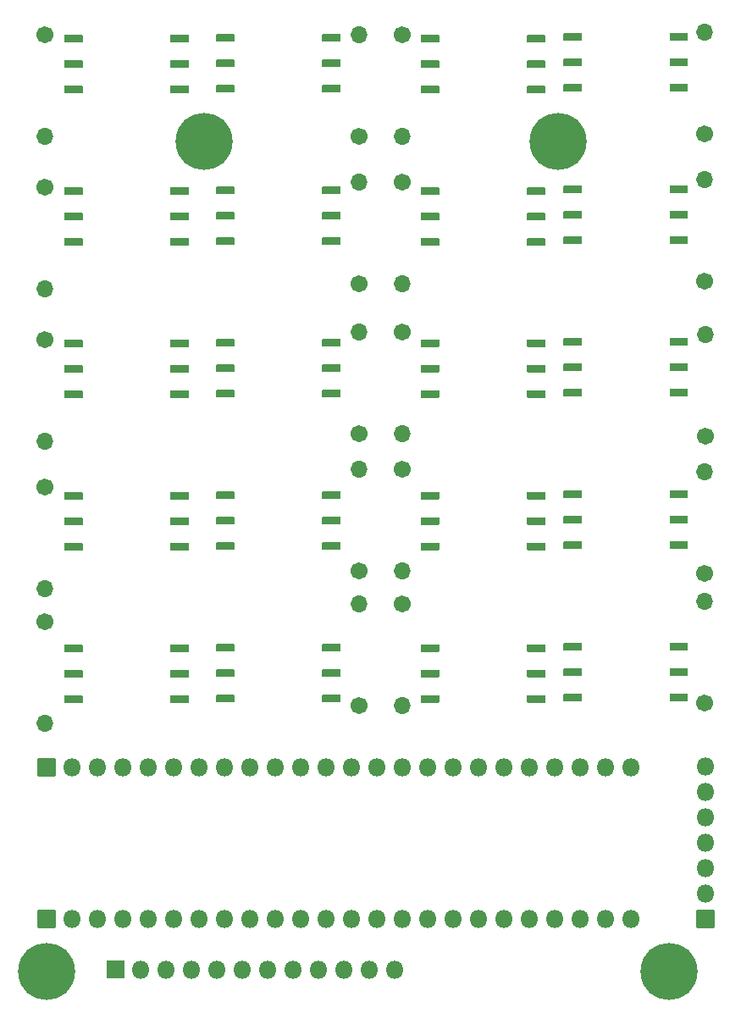
<source format=gts>
%TF.GenerationSoftware,KiCad,Pcbnew,(5.99.0-2415-gbbdd3fce7)*%
%TF.CreationDate,2020-09-24T22:56:08-07:00*%
%TF.ProjectId,BubblePCB_20,42756262-6c65-4504-9342-5f32302e6b69,rev?*%
%TF.SameCoordinates,Original*%
%TF.FileFunction,Soldermask,Top*%
%TF.FilePolarity,Negative*%
%FSLAX46Y46*%
G04 Gerber Fmt 4.6, Leading zero omitted, Abs format (unit mm)*
G04 Created by KiCad (PCBNEW (5.99.0-2415-gbbdd3fce7)) date 2020-09-24 22:56:08*
%MOMM*%
%LPD*%
G01*
G04 APERTURE LIST*
%ADD10O,1.801600X1.801600*%
%ADD11C,5.701600*%
%ADD12C,1.701600*%
%ADD13O,1.701600X1.701600*%
G04 APERTURE END LIST*
D10*
%TO.C,J4*%
X70358000Y-149352000D03*
X67818000Y-149352000D03*
X65278000Y-149352000D03*
X62738000Y-149352000D03*
X60198000Y-149352000D03*
X57658000Y-149352000D03*
X55118000Y-149352000D03*
X52578000Y-149352000D03*
X50038000Y-149352000D03*
X47498000Y-149352000D03*
X44958000Y-149352000D03*
G36*
G01*
X43264964Y-150252800D02*
X41571036Y-150252800D01*
G75*
G02*
X41517200Y-150198964I0J53836D01*
G01*
X41517200Y-148505036D01*
G75*
G02*
X41571036Y-148451200I53836J0D01*
G01*
X43264964Y-148451200D01*
G75*
G02*
X43318800Y-148505036I0J-53836D01*
G01*
X43318800Y-150198964D01*
G75*
G02*
X43264964Y-150252800I-53836J0D01*
G01*
G37*
%TD*%
%TO.C,J3*%
X101410000Y-129040000D03*
X101410000Y-131580000D03*
X101410000Y-134120000D03*
X101410000Y-136660000D03*
X101410000Y-139200000D03*
X101410000Y-141740000D03*
G36*
G01*
X102310800Y-143433036D02*
X102310800Y-145126964D01*
G75*
G02*
X102256964Y-145180800I-53836J0D01*
G01*
X100563036Y-145180800D01*
G75*
G02*
X100509200Y-145126964I0J53836D01*
G01*
X100509200Y-143433036D01*
G75*
G02*
X100563036Y-143379200I53836J0D01*
G01*
X102256964Y-143379200D01*
G75*
G02*
X102310800Y-143433036I0J-53836D01*
G01*
G37*
%TD*%
D11*
%TO.C,REF\u002A\u002A*%
X51250000Y-66548000D03*
%TD*%
%TO.C,REF\u002A\u002A*%
X86683000Y-66548000D03*
%TD*%
%TO.C,REF\u002A\u002A*%
X97790000Y-149500000D03*
%TD*%
%TO.C,a*%
X35500000Y-149500000D03*
%TD*%
D12*
%TO.C,R6*%
X66802000Y-122936000D03*
D13*
X66802000Y-112776000D03*
%TD*%
%TO.C,U15*%
G36*
G01*
X74740060Y-61756800D02*
X73005940Y-61756800D01*
G75*
G02*
X72947200Y-61698060I0J58740D01*
G01*
X72947200Y-61063940D01*
G75*
G02*
X73005940Y-61005200I58740J0D01*
G01*
X74740060Y-61005200D01*
G75*
G02*
X74798800Y-61063940I0J-58740D01*
G01*
X74798800Y-61698060D01*
G75*
G02*
X74740060Y-61756800I-58740J0D01*
G01*
G37*
G36*
G01*
X74740060Y-59216800D02*
X73005940Y-59216800D01*
G75*
G02*
X72947200Y-59158060I0J58740D01*
G01*
X72947200Y-58523940D01*
G75*
G02*
X73005940Y-58465200I58740J0D01*
G01*
X74740060Y-58465200D01*
G75*
G02*
X74798800Y-58523940I0J-58740D01*
G01*
X74798800Y-59158060D01*
G75*
G02*
X74740060Y-59216800I-58740J0D01*
G01*
G37*
G36*
G01*
X74740060Y-56676800D02*
X73005940Y-56676800D01*
G75*
G02*
X72947200Y-56618060I0J58740D01*
G01*
X72947200Y-55983940D01*
G75*
G02*
X73005940Y-55925200I58740J0D01*
G01*
X74740060Y-55925200D01*
G75*
G02*
X74798800Y-55983940I0J-58740D01*
G01*
X74798800Y-56618060D01*
G75*
G02*
X74740060Y-56676800I-58740J0D01*
G01*
G37*
G36*
G01*
X85340060Y-56676800D02*
X83605940Y-56676800D01*
G75*
G02*
X83547200Y-56618060I0J58740D01*
G01*
X83547200Y-55983940D01*
G75*
G02*
X83605940Y-55925200I58740J0D01*
G01*
X85340060Y-55925200D01*
G75*
G02*
X85398800Y-55983940I0J-58740D01*
G01*
X85398800Y-56618060D01*
G75*
G02*
X85340060Y-56676800I-58740J0D01*
G01*
G37*
G36*
G01*
X85340060Y-59216800D02*
X83605940Y-59216800D01*
G75*
G02*
X83547200Y-59158060I0J58740D01*
G01*
X83547200Y-58523940D01*
G75*
G02*
X83605940Y-58465200I58740J0D01*
G01*
X85340060Y-58465200D01*
G75*
G02*
X85398800Y-58523940I0J-58740D01*
G01*
X85398800Y-59158060D01*
G75*
G02*
X85340060Y-59216800I-58740J0D01*
G01*
G37*
G36*
G01*
X85340060Y-61756800D02*
X83605940Y-61756800D01*
G75*
G02*
X83547200Y-61698060I0J58740D01*
G01*
X83547200Y-61063940D01*
G75*
G02*
X83605940Y-61005200I58740J0D01*
G01*
X85340060Y-61005200D01*
G75*
G02*
X85398800Y-61063940I0J-58740D01*
G01*
X85398800Y-61698060D01*
G75*
G02*
X85340060Y-61756800I-58740J0D01*
G01*
G37*
%TD*%
%TO.C,U13*%
G36*
G01*
X74750060Y-92196800D02*
X73015940Y-92196800D01*
G75*
G02*
X72957200Y-92138060I0J58740D01*
G01*
X72957200Y-91503940D01*
G75*
G02*
X73015940Y-91445200I58740J0D01*
G01*
X74750060Y-91445200D01*
G75*
G02*
X74808800Y-91503940I0J-58740D01*
G01*
X74808800Y-92138060D01*
G75*
G02*
X74750060Y-92196800I-58740J0D01*
G01*
G37*
G36*
G01*
X74750060Y-89656800D02*
X73015940Y-89656800D01*
G75*
G02*
X72957200Y-89598060I0J58740D01*
G01*
X72957200Y-88963940D01*
G75*
G02*
X73015940Y-88905200I58740J0D01*
G01*
X74750060Y-88905200D01*
G75*
G02*
X74808800Y-88963940I0J-58740D01*
G01*
X74808800Y-89598060D01*
G75*
G02*
X74750060Y-89656800I-58740J0D01*
G01*
G37*
G36*
G01*
X74750060Y-87116800D02*
X73015940Y-87116800D01*
G75*
G02*
X72957200Y-87058060I0J58740D01*
G01*
X72957200Y-86423940D01*
G75*
G02*
X73015940Y-86365200I58740J0D01*
G01*
X74750060Y-86365200D01*
G75*
G02*
X74808800Y-86423940I0J-58740D01*
G01*
X74808800Y-87058060D01*
G75*
G02*
X74750060Y-87116800I-58740J0D01*
G01*
G37*
G36*
G01*
X85350060Y-87116800D02*
X83615940Y-87116800D01*
G75*
G02*
X83557200Y-87058060I0J58740D01*
G01*
X83557200Y-86423940D01*
G75*
G02*
X83615940Y-86365200I58740J0D01*
G01*
X85350060Y-86365200D01*
G75*
G02*
X85408800Y-86423940I0J-58740D01*
G01*
X85408800Y-87058060D01*
G75*
G02*
X85350060Y-87116800I-58740J0D01*
G01*
G37*
G36*
G01*
X85350060Y-89656800D02*
X83615940Y-89656800D01*
G75*
G02*
X83557200Y-89598060I0J58740D01*
G01*
X83557200Y-88963940D01*
G75*
G02*
X83615940Y-88905200I58740J0D01*
G01*
X85350060Y-88905200D01*
G75*
G02*
X85408800Y-88963940I0J-58740D01*
G01*
X85408800Y-89598060D01*
G75*
G02*
X85350060Y-89656800I-58740J0D01*
G01*
G37*
G36*
G01*
X85350060Y-92196800D02*
X83615940Y-92196800D01*
G75*
G02*
X83557200Y-92138060I0J58740D01*
G01*
X83557200Y-91503940D01*
G75*
G02*
X83615940Y-91445200I58740J0D01*
G01*
X85350060Y-91445200D01*
G75*
G02*
X85408800Y-91503940I0J-58740D01*
G01*
X85408800Y-92138060D01*
G75*
G02*
X85350060Y-92196800I-58740J0D01*
G01*
G37*
%TD*%
%TO.C,U8*%
G36*
G01*
X63132940Y-86324200D02*
X64867060Y-86324200D01*
G75*
G02*
X64925800Y-86382940I0J-58740D01*
G01*
X64925800Y-87017060D01*
G75*
G02*
X64867060Y-87075800I-58740J0D01*
G01*
X63132940Y-87075800D01*
G75*
G02*
X63074200Y-87017060I0J58740D01*
G01*
X63074200Y-86382940D01*
G75*
G02*
X63132940Y-86324200I58740J0D01*
G01*
G37*
G36*
G01*
X63132940Y-88864200D02*
X64867060Y-88864200D01*
G75*
G02*
X64925800Y-88922940I0J-58740D01*
G01*
X64925800Y-89557060D01*
G75*
G02*
X64867060Y-89615800I-58740J0D01*
G01*
X63132940Y-89615800D01*
G75*
G02*
X63074200Y-89557060I0J58740D01*
G01*
X63074200Y-88922940D01*
G75*
G02*
X63132940Y-88864200I58740J0D01*
G01*
G37*
G36*
G01*
X63132940Y-91404200D02*
X64867060Y-91404200D01*
G75*
G02*
X64925800Y-91462940I0J-58740D01*
G01*
X64925800Y-92097060D01*
G75*
G02*
X64867060Y-92155800I-58740J0D01*
G01*
X63132940Y-92155800D01*
G75*
G02*
X63074200Y-92097060I0J58740D01*
G01*
X63074200Y-91462940D01*
G75*
G02*
X63132940Y-91404200I58740J0D01*
G01*
G37*
G36*
G01*
X52532940Y-91404200D02*
X54267060Y-91404200D01*
G75*
G02*
X54325800Y-91462940I0J-58740D01*
G01*
X54325800Y-92097060D01*
G75*
G02*
X54267060Y-92155800I-58740J0D01*
G01*
X52532940Y-92155800D01*
G75*
G02*
X52474200Y-92097060I0J58740D01*
G01*
X52474200Y-91462940D01*
G75*
G02*
X52532940Y-91404200I58740J0D01*
G01*
G37*
G36*
G01*
X52532940Y-88864200D02*
X54267060Y-88864200D01*
G75*
G02*
X54325800Y-88922940I0J-58740D01*
G01*
X54325800Y-89557060D01*
G75*
G02*
X54267060Y-89615800I-58740J0D01*
G01*
X52532940Y-89615800D01*
G75*
G02*
X52474200Y-89557060I0J58740D01*
G01*
X52474200Y-88922940D01*
G75*
G02*
X52532940Y-88864200I58740J0D01*
G01*
G37*
G36*
G01*
X52532940Y-86324200D02*
X54267060Y-86324200D01*
G75*
G02*
X54325800Y-86382940I0J-58740D01*
G01*
X54325800Y-87017060D01*
G75*
G02*
X54267060Y-87075800I-58740J0D01*
G01*
X52532940Y-87075800D01*
G75*
G02*
X52474200Y-87017060I0J58740D01*
G01*
X52474200Y-86382940D01*
G75*
G02*
X52532940Y-86324200I58740J0D01*
G01*
G37*
%TD*%
D12*
%TO.C,R10*%
X66802000Y-66040000D03*
D13*
X66802000Y-55880000D03*
%TD*%
%TO.C,U14*%
G36*
G01*
X74740060Y-76996800D02*
X73005940Y-76996800D01*
G75*
G02*
X72947200Y-76938060I0J58740D01*
G01*
X72947200Y-76303940D01*
G75*
G02*
X73005940Y-76245200I58740J0D01*
G01*
X74740060Y-76245200D01*
G75*
G02*
X74798800Y-76303940I0J-58740D01*
G01*
X74798800Y-76938060D01*
G75*
G02*
X74740060Y-76996800I-58740J0D01*
G01*
G37*
G36*
G01*
X74740060Y-74456800D02*
X73005940Y-74456800D01*
G75*
G02*
X72947200Y-74398060I0J58740D01*
G01*
X72947200Y-73763940D01*
G75*
G02*
X73005940Y-73705200I58740J0D01*
G01*
X74740060Y-73705200D01*
G75*
G02*
X74798800Y-73763940I0J-58740D01*
G01*
X74798800Y-74398060D01*
G75*
G02*
X74740060Y-74456800I-58740J0D01*
G01*
G37*
G36*
G01*
X74740060Y-71916800D02*
X73005940Y-71916800D01*
G75*
G02*
X72947200Y-71858060I0J58740D01*
G01*
X72947200Y-71223940D01*
G75*
G02*
X73005940Y-71165200I58740J0D01*
G01*
X74740060Y-71165200D01*
G75*
G02*
X74798800Y-71223940I0J-58740D01*
G01*
X74798800Y-71858060D01*
G75*
G02*
X74740060Y-71916800I-58740J0D01*
G01*
G37*
G36*
G01*
X85340060Y-71916800D02*
X83605940Y-71916800D01*
G75*
G02*
X83547200Y-71858060I0J58740D01*
G01*
X83547200Y-71223940D01*
G75*
G02*
X83605940Y-71165200I58740J0D01*
G01*
X85340060Y-71165200D01*
G75*
G02*
X85398800Y-71223940I0J-58740D01*
G01*
X85398800Y-71858060D01*
G75*
G02*
X85340060Y-71916800I-58740J0D01*
G01*
G37*
G36*
G01*
X85340060Y-74456800D02*
X83605940Y-74456800D01*
G75*
G02*
X83547200Y-74398060I0J58740D01*
G01*
X83547200Y-73763940D01*
G75*
G02*
X83605940Y-73705200I58740J0D01*
G01*
X85340060Y-73705200D01*
G75*
G02*
X85398800Y-73763940I0J-58740D01*
G01*
X85398800Y-74398060D01*
G75*
G02*
X85340060Y-74456800I-58740J0D01*
G01*
G37*
G36*
G01*
X85340060Y-76996800D02*
X83605940Y-76996800D01*
G75*
G02*
X83547200Y-76938060I0J58740D01*
G01*
X83547200Y-76303940D01*
G75*
G02*
X83605940Y-76245200I58740J0D01*
G01*
X85340060Y-76245200D01*
G75*
G02*
X85398800Y-76303940I0J-58740D01*
G01*
X85398800Y-76938060D01*
G75*
G02*
X85340060Y-76996800I-58740J0D01*
G01*
G37*
%TD*%
D12*
%TO.C,R1*%
X35372201Y-114554000D03*
D13*
X35372201Y-124714000D03*
%TD*%
D12*
%TO.C,R8*%
X66802000Y-95758000D03*
D13*
X66802000Y-85598000D03*
%TD*%
%TO.C,J1*%
G36*
G01*
X36396964Y-130030800D02*
X34703036Y-130030800D01*
G75*
G02*
X34649200Y-129976964I0J53836D01*
G01*
X34649200Y-128283036D01*
G75*
G02*
X34703036Y-128229200I53836J0D01*
G01*
X36396964Y-128229200D01*
G75*
G02*
X36450800Y-128283036I0J-53836D01*
G01*
X36450800Y-129976964D01*
G75*
G02*
X36396964Y-130030800I-53836J0D01*
G01*
G37*
D10*
X38090000Y-129130000D03*
X40630000Y-129130000D03*
X43170000Y-129130000D03*
X45710000Y-129130000D03*
X48250000Y-129130000D03*
X50790000Y-129130000D03*
X53330000Y-129130000D03*
X55870000Y-129130000D03*
X58410000Y-129130000D03*
X60950000Y-129130000D03*
X63490000Y-129130000D03*
X66030000Y-129130000D03*
X68570000Y-129130000D03*
X71110000Y-129130000D03*
X73650000Y-129130000D03*
X76190000Y-129130000D03*
X78730000Y-129130000D03*
X81270000Y-129130000D03*
X83810000Y-129130000D03*
X86350000Y-129130000D03*
X88890000Y-129130000D03*
X91430000Y-129130000D03*
X93970000Y-129130000D03*
%TD*%
%TO.C,J2*%
G36*
G01*
X36396964Y-145180800D02*
X34703036Y-145180800D01*
G75*
G02*
X34649200Y-145126964I0J53836D01*
G01*
X34649200Y-143433036D01*
G75*
G02*
X34703036Y-143379200I53836J0D01*
G01*
X36396964Y-143379200D01*
G75*
G02*
X36450800Y-143433036I0J-53836D01*
G01*
X36450800Y-145126964D01*
G75*
G02*
X36396964Y-145180800I-53836J0D01*
G01*
G37*
X38090000Y-144280000D03*
X40630000Y-144280000D03*
X43170000Y-144280000D03*
X45710000Y-144280000D03*
X48250000Y-144280000D03*
X50790000Y-144280000D03*
X53330000Y-144280000D03*
X55870000Y-144280000D03*
X58410000Y-144280000D03*
X60950000Y-144280000D03*
X63490000Y-144280000D03*
X66030000Y-144280000D03*
X68570000Y-144280000D03*
X71110000Y-144280000D03*
X73650000Y-144280000D03*
X76190000Y-144280000D03*
X78730000Y-144280000D03*
X81270000Y-144280000D03*
X83810000Y-144280000D03*
X86350000Y-144280000D03*
X88890000Y-144280000D03*
X91430000Y-144280000D03*
X93970000Y-144280000D03*
%TD*%
D12*
%TO.C,R4*%
X35372201Y-71120000D03*
D13*
X35372201Y-81280000D03*
%TD*%
%TO.C,U18*%
G36*
G01*
X97872940Y-86244200D02*
X99607060Y-86244200D01*
G75*
G02*
X99665800Y-86302940I0J-58740D01*
G01*
X99665800Y-86937060D01*
G75*
G02*
X99607060Y-86995800I-58740J0D01*
G01*
X97872940Y-86995800D01*
G75*
G02*
X97814200Y-86937060I0J58740D01*
G01*
X97814200Y-86302940D01*
G75*
G02*
X97872940Y-86244200I58740J0D01*
G01*
G37*
G36*
G01*
X97872940Y-88784200D02*
X99607060Y-88784200D01*
G75*
G02*
X99665800Y-88842940I0J-58740D01*
G01*
X99665800Y-89477060D01*
G75*
G02*
X99607060Y-89535800I-58740J0D01*
G01*
X97872940Y-89535800D01*
G75*
G02*
X97814200Y-89477060I0J58740D01*
G01*
X97814200Y-88842940D01*
G75*
G02*
X97872940Y-88784200I58740J0D01*
G01*
G37*
G36*
G01*
X97872940Y-91324200D02*
X99607060Y-91324200D01*
G75*
G02*
X99665800Y-91382940I0J-58740D01*
G01*
X99665800Y-92017060D01*
G75*
G02*
X99607060Y-92075800I-58740J0D01*
G01*
X97872940Y-92075800D01*
G75*
G02*
X97814200Y-92017060I0J58740D01*
G01*
X97814200Y-91382940D01*
G75*
G02*
X97872940Y-91324200I58740J0D01*
G01*
G37*
G36*
G01*
X87272940Y-91324200D02*
X89007060Y-91324200D01*
G75*
G02*
X89065800Y-91382940I0J-58740D01*
G01*
X89065800Y-92017060D01*
G75*
G02*
X89007060Y-92075800I-58740J0D01*
G01*
X87272940Y-92075800D01*
G75*
G02*
X87214200Y-92017060I0J58740D01*
G01*
X87214200Y-91382940D01*
G75*
G02*
X87272940Y-91324200I58740J0D01*
G01*
G37*
G36*
G01*
X87272940Y-88784200D02*
X89007060Y-88784200D01*
G75*
G02*
X89065800Y-88842940I0J-58740D01*
G01*
X89065800Y-89477060D01*
G75*
G02*
X89007060Y-89535800I-58740J0D01*
G01*
X87272940Y-89535800D01*
G75*
G02*
X87214200Y-89477060I0J58740D01*
G01*
X87214200Y-88842940D01*
G75*
G02*
X87272940Y-88784200I58740J0D01*
G01*
G37*
G36*
G01*
X87272940Y-86244200D02*
X89007060Y-86244200D01*
G75*
G02*
X89065800Y-86302940I0J-58740D01*
G01*
X89065800Y-86937060D01*
G75*
G02*
X89007060Y-86995800I-58740J0D01*
G01*
X87272940Y-86995800D01*
G75*
G02*
X87214200Y-86937060I0J58740D01*
G01*
X87214200Y-86302940D01*
G75*
G02*
X87272940Y-86244200I58740J0D01*
G01*
G37*
%TD*%
%TO.C,U3*%
G36*
G01*
X39097261Y-92225800D02*
X37363141Y-92225800D01*
G75*
G02*
X37304401Y-92167060I0J58740D01*
G01*
X37304401Y-91532940D01*
G75*
G02*
X37363141Y-91474200I58740J0D01*
G01*
X39097261Y-91474200D01*
G75*
G02*
X39156001Y-91532940I0J-58740D01*
G01*
X39156001Y-92167060D01*
G75*
G02*
X39097261Y-92225800I-58740J0D01*
G01*
G37*
G36*
G01*
X39097261Y-89685800D02*
X37363141Y-89685800D01*
G75*
G02*
X37304401Y-89627060I0J58740D01*
G01*
X37304401Y-88992940D01*
G75*
G02*
X37363141Y-88934200I58740J0D01*
G01*
X39097261Y-88934200D01*
G75*
G02*
X39156001Y-88992940I0J-58740D01*
G01*
X39156001Y-89627060D01*
G75*
G02*
X39097261Y-89685800I-58740J0D01*
G01*
G37*
G36*
G01*
X39097261Y-87145800D02*
X37363141Y-87145800D01*
G75*
G02*
X37304401Y-87087060I0J58740D01*
G01*
X37304401Y-86452940D01*
G75*
G02*
X37363141Y-86394200I58740J0D01*
G01*
X39097261Y-86394200D01*
G75*
G02*
X39156001Y-86452940I0J-58740D01*
G01*
X39156001Y-87087060D01*
G75*
G02*
X39097261Y-87145800I-58740J0D01*
G01*
G37*
G36*
G01*
X49697261Y-87145800D02*
X47963141Y-87145800D01*
G75*
G02*
X47904401Y-87087060I0J58740D01*
G01*
X47904401Y-86452940D01*
G75*
G02*
X47963141Y-86394200I58740J0D01*
G01*
X49697261Y-86394200D01*
G75*
G02*
X49756001Y-86452940I0J-58740D01*
G01*
X49756001Y-87087060D01*
G75*
G02*
X49697261Y-87145800I-58740J0D01*
G01*
G37*
G36*
G01*
X49697261Y-89685800D02*
X47963141Y-89685800D01*
G75*
G02*
X47904401Y-89627060I0J58740D01*
G01*
X47904401Y-88992940D01*
G75*
G02*
X47963141Y-88934200I58740J0D01*
G01*
X49697261Y-88934200D01*
G75*
G02*
X49756001Y-88992940I0J-58740D01*
G01*
X49756001Y-89627060D01*
G75*
G02*
X49697261Y-89685800I-58740J0D01*
G01*
G37*
G36*
G01*
X49697261Y-92225800D02*
X47963141Y-92225800D01*
G75*
G02*
X47904401Y-92167060I0J58740D01*
G01*
X47904401Y-91532940D01*
G75*
G02*
X47963141Y-91474200I58740J0D01*
G01*
X49697261Y-91474200D01*
G75*
G02*
X49756001Y-91532940I0J-58740D01*
G01*
X49756001Y-92167060D01*
G75*
G02*
X49697261Y-92225800I-58740J0D01*
G01*
G37*
%TD*%
D12*
%TO.C,R16*%
X101346000Y-122682000D03*
D13*
X101346000Y-112522000D03*
%TD*%
%TO.C,U17*%
G36*
G01*
X97872940Y-101484200D02*
X99607060Y-101484200D01*
G75*
G02*
X99665800Y-101542940I0J-58740D01*
G01*
X99665800Y-102177060D01*
G75*
G02*
X99607060Y-102235800I-58740J0D01*
G01*
X97872940Y-102235800D01*
G75*
G02*
X97814200Y-102177060I0J58740D01*
G01*
X97814200Y-101542940D01*
G75*
G02*
X97872940Y-101484200I58740J0D01*
G01*
G37*
G36*
G01*
X97872940Y-104024200D02*
X99607060Y-104024200D01*
G75*
G02*
X99665800Y-104082940I0J-58740D01*
G01*
X99665800Y-104717060D01*
G75*
G02*
X99607060Y-104775800I-58740J0D01*
G01*
X97872940Y-104775800D01*
G75*
G02*
X97814200Y-104717060I0J58740D01*
G01*
X97814200Y-104082940D01*
G75*
G02*
X97872940Y-104024200I58740J0D01*
G01*
G37*
G36*
G01*
X97872940Y-106564200D02*
X99607060Y-106564200D01*
G75*
G02*
X99665800Y-106622940I0J-58740D01*
G01*
X99665800Y-107257060D01*
G75*
G02*
X99607060Y-107315800I-58740J0D01*
G01*
X97872940Y-107315800D01*
G75*
G02*
X97814200Y-107257060I0J58740D01*
G01*
X97814200Y-106622940D01*
G75*
G02*
X97872940Y-106564200I58740J0D01*
G01*
G37*
G36*
G01*
X87272940Y-106564200D02*
X89007060Y-106564200D01*
G75*
G02*
X89065800Y-106622940I0J-58740D01*
G01*
X89065800Y-107257060D01*
G75*
G02*
X89007060Y-107315800I-58740J0D01*
G01*
X87272940Y-107315800D01*
G75*
G02*
X87214200Y-107257060I0J58740D01*
G01*
X87214200Y-106622940D01*
G75*
G02*
X87272940Y-106564200I58740J0D01*
G01*
G37*
G36*
G01*
X87272940Y-104024200D02*
X89007060Y-104024200D01*
G75*
G02*
X89065800Y-104082940I0J-58740D01*
G01*
X89065800Y-104717060D01*
G75*
G02*
X89007060Y-104775800I-58740J0D01*
G01*
X87272940Y-104775800D01*
G75*
G02*
X87214200Y-104717060I0J58740D01*
G01*
X87214200Y-104082940D01*
G75*
G02*
X87272940Y-104024200I58740J0D01*
G01*
G37*
G36*
G01*
X87272940Y-101484200D02*
X89007060Y-101484200D01*
G75*
G02*
X89065800Y-101542940I0J-58740D01*
G01*
X89065800Y-102177060D01*
G75*
G02*
X89007060Y-102235800I-58740J0D01*
G01*
X87272940Y-102235800D01*
G75*
G02*
X87214200Y-102177060I0J58740D01*
G01*
X87214200Y-101542940D01*
G75*
G02*
X87272940Y-101484200I58740J0D01*
G01*
G37*
%TD*%
%TO.C,U20*%
G36*
G01*
X97872940Y-55764200D02*
X99607060Y-55764200D01*
G75*
G02*
X99665800Y-55822940I0J-58740D01*
G01*
X99665800Y-56457060D01*
G75*
G02*
X99607060Y-56515800I-58740J0D01*
G01*
X97872940Y-56515800D01*
G75*
G02*
X97814200Y-56457060I0J58740D01*
G01*
X97814200Y-55822940D01*
G75*
G02*
X97872940Y-55764200I58740J0D01*
G01*
G37*
G36*
G01*
X97872940Y-58304200D02*
X99607060Y-58304200D01*
G75*
G02*
X99665800Y-58362940I0J-58740D01*
G01*
X99665800Y-58997060D01*
G75*
G02*
X99607060Y-59055800I-58740J0D01*
G01*
X97872940Y-59055800D01*
G75*
G02*
X97814200Y-58997060I0J58740D01*
G01*
X97814200Y-58362940D01*
G75*
G02*
X97872940Y-58304200I58740J0D01*
G01*
G37*
G36*
G01*
X97872940Y-60844200D02*
X99607060Y-60844200D01*
G75*
G02*
X99665800Y-60902940I0J-58740D01*
G01*
X99665800Y-61537060D01*
G75*
G02*
X99607060Y-61595800I-58740J0D01*
G01*
X97872940Y-61595800D01*
G75*
G02*
X97814200Y-61537060I0J58740D01*
G01*
X97814200Y-60902940D01*
G75*
G02*
X97872940Y-60844200I58740J0D01*
G01*
G37*
G36*
G01*
X87272940Y-60844200D02*
X89007060Y-60844200D01*
G75*
G02*
X89065800Y-60902940I0J-58740D01*
G01*
X89065800Y-61537060D01*
G75*
G02*
X89007060Y-61595800I-58740J0D01*
G01*
X87272940Y-61595800D01*
G75*
G02*
X87214200Y-61537060I0J58740D01*
G01*
X87214200Y-60902940D01*
G75*
G02*
X87272940Y-60844200I58740J0D01*
G01*
G37*
G36*
G01*
X87272940Y-58304200D02*
X89007060Y-58304200D01*
G75*
G02*
X89065800Y-58362940I0J-58740D01*
G01*
X89065800Y-58997060D01*
G75*
G02*
X89007060Y-59055800I-58740J0D01*
G01*
X87272940Y-59055800D01*
G75*
G02*
X87214200Y-58997060I0J58740D01*
G01*
X87214200Y-58362940D01*
G75*
G02*
X87272940Y-58304200I58740J0D01*
G01*
G37*
G36*
G01*
X87272940Y-55764200D02*
X89007060Y-55764200D01*
G75*
G02*
X89065800Y-55822940I0J-58740D01*
G01*
X89065800Y-56457060D01*
G75*
G02*
X89007060Y-56515800I-58740J0D01*
G01*
X87272940Y-56515800D01*
G75*
G02*
X87214200Y-56457060I0J58740D01*
G01*
X87214200Y-55822940D01*
G75*
G02*
X87272940Y-55764200I58740J0D01*
G01*
G37*
%TD*%
D12*
%TO.C,R19*%
X101346000Y-80543181D03*
D13*
X101346000Y-70383181D03*
%TD*%
%TO.C,U16*%
G36*
G01*
X97872940Y-116724200D02*
X99607060Y-116724200D01*
G75*
G02*
X99665800Y-116782940I0J-58740D01*
G01*
X99665800Y-117417060D01*
G75*
G02*
X99607060Y-117475800I-58740J0D01*
G01*
X97872940Y-117475800D01*
G75*
G02*
X97814200Y-117417060I0J58740D01*
G01*
X97814200Y-116782940D01*
G75*
G02*
X97872940Y-116724200I58740J0D01*
G01*
G37*
G36*
G01*
X97872940Y-119264200D02*
X99607060Y-119264200D01*
G75*
G02*
X99665800Y-119322940I0J-58740D01*
G01*
X99665800Y-119957060D01*
G75*
G02*
X99607060Y-120015800I-58740J0D01*
G01*
X97872940Y-120015800D01*
G75*
G02*
X97814200Y-119957060I0J58740D01*
G01*
X97814200Y-119322940D01*
G75*
G02*
X97872940Y-119264200I58740J0D01*
G01*
G37*
G36*
G01*
X97872940Y-121804200D02*
X99607060Y-121804200D01*
G75*
G02*
X99665800Y-121862940I0J-58740D01*
G01*
X99665800Y-122497060D01*
G75*
G02*
X99607060Y-122555800I-58740J0D01*
G01*
X97872940Y-122555800D01*
G75*
G02*
X97814200Y-122497060I0J58740D01*
G01*
X97814200Y-121862940D01*
G75*
G02*
X97872940Y-121804200I58740J0D01*
G01*
G37*
G36*
G01*
X87272940Y-121804200D02*
X89007060Y-121804200D01*
G75*
G02*
X89065800Y-121862940I0J-58740D01*
G01*
X89065800Y-122497060D01*
G75*
G02*
X89007060Y-122555800I-58740J0D01*
G01*
X87272940Y-122555800D01*
G75*
G02*
X87214200Y-122497060I0J58740D01*
G01*
X87214200Y-121862940D01*
G75*
G02*
X87272940Y-121804200I58740J0D01*
G01*
G37*
G36*
G01*
X87272940Y-119264200D02*
X89007060Y-119264200D01*
G75*
G02*
X89065800Y-119322940I0J-58740D01*
G01*
X89065800Y-119957060D01*
G75*
G02*
X89007060Y-120015800I-58740J0D01*
G01*
X87272940Y-120015800D01*
G75*
G02*
X87214200Y-119957060I0J58740D01*
G01*
X87214200Y-119322940D01*
G75*
G02*
X87272940Y-119264200I58740J0D01*
G01*
G37*
G36*
G01*
X87272940Y-116724200D02*
X89007060Y-116724200D01*
G75*
G02*
X89065800Y-116782940I0J-58740D01*
G01*
X89065800Y-117417060D01*
G75*
G02*
X89007060Y-117475800I-58740J0D01*
G01*
X87272940Y-117475800D01*
G75*
G02*
X87214200Y-117417060I0J58740D01*
G01*
X87214200Y-116782940D01*
G75*
G02*
X87272940Y-116724200I58740J0D01*
G01*
G37*
%TD*%
D12*
%TO.C,R5*%
X35372201Y-55880000D03*
D13*
X35372201Y-66040000D03*
%TD*%
D12*
%TO.C,R12*%
X71120000Y-99364800D03*
D13*
X71120000Y-109524800D03*
%TD*%
%TO.C,U12*%
G36*
G01*
X74750060Y-107436800D02*
X73015940Y-107436800D01*
G75*
G02*
X72957200Y-107378060I0J58740D01*
G01*
X72957200Y-106743940D01*
G75*
G02*
X73015940Y-106685200I58740J0D01*
G01*
X74750060Y-106685200D01*
G75*
G02*
X74808800Y-106743940I0J-58740D01*
G01*
X74808800Y-107378060D01*
G75*
G02*
X74750060Y-107436800I-58740J0D01*
G01*
G37*
G36*
G01*
X74750060Y-104896800D02*
X73015940Y-104896800D01*
G75*
G02*
X72957200Y-104838060I0J58740D01*
G01*
X72957200Y-104203940D01*
G75*
G02*
X73015940Y-104145200I58740J0D01*
G01*
X74750060Y-104145200D01*
G75*
G02*
X74808800Y-104203940I0J-58740D01*
G01*
X74808800Y-104838060D01*
G75*
G02*
X74750060Y-104896800I-58740J0D01*
G01*
G37*
G36*
G01*
X74750060Y-102356800D02*
X73015940Y-102356800D01*
G75*
G02*
X72957200Y-102298060I0J58740D01*
G01*
X72957200Y-101663940D01*
G75*
G02*
X73015940Y-101605200I58740J0D01*
G01*
X74750060Y-101605200D01*
G75*
G02*
X74808800Y-101663940I0J-58740D01*
G01*
X74808800Y-102298060D01*
G75*
G02*
X74750060Y-102356800I-58740J0D01*
G01*
G37*
G36*
G01*
X85350060Y-102356800D02*
X83615940Y-102356800D01*
G75*
G02*
X83557200Y-102298060I0J58740D01*
G01*
X83557200Y-101663940D01*
G75*
G02*
X83615940Y-101605200I58740J0D01*
G01*
X85350060Y-101605200D01*
G75*
G02*
X85408800Y-101663940I0J-58740D01*
G01*
X85408800Y-102298060D01*
G75*
G02*
X85350060Y-102356800I-58740J0D01*
G01*
G37*
G36*
G01*
X85350060Y-104896800D02*
X83615940Y-104896800D01*
G75*
G02*
X83557200Y-104838060I0J58740D01*
G01*
X83557200Y-104203940D01*
G75*
G02*
X83615940Y-104145200I58740J0D01*
G01*
X85350060Y-104145200D01*
G75*
G02*
X85408800Y-104203940I0J-58740D01*
G01*
X85408800Y-104838060D01*
G75*
G02*
X85350060Y-104896800I-58740J0D01*
G01*
G37*
G36*
G01*
X85350060Y-107436800D02*
X83615940Y-107436800D01*
G75*
G02*
X83557200Y-107378060I0J58740D01*
G01*
X83557200Y-106743940D01*
G75*
G02*
X83615940Y-106685200I58740J0D01*
G01*
X85350060Y-106685200D01*
G75*
G02*
X85408800Y-106743940I0J-58740D01*
G01*
X85408800Y-107378060D01*
G75*
G02*
X85350060Y-107436800I-58740J0D01*
G01*
G37*
%TD*%
%TO.C,U5*%
G36*
G01*
X39097261Y-61745800D02*
X37363141Y-61745800D01*
G75*
G02*
X37304401Y-61687060I0J58740D01*
G01*
X37304401Y-61052940D01*
G75*
G02*
X37363141Y-60994200I58740J0D01*
G01*
X39097261Y-60994200D01*
G75*
G02*
X39156001Y-61052940I0J-58740D01*
G01*
X39156001Y-61687060D01*
G75*
G02*
X39097261Y-61745800I-58740J0D01*
G01*
G37*
G36*
G01*
X39097261Y-59205800D02*
X37363141Y-59205800D01*
G75*
G02*
X37304401Y-59147060I0J58740D01*
G01*
X37304401Y-58512940D01*
G75*
G02*
X37363141Y-58454200I58740J0D01*
G01*
X39097261Y-58454200D01*
G75*
G02*
X39156001Y-58512940I0J-58740D01*
G01*
X39156001Y-59147060D01*
G75*
G02*
X39097261Y-59205800I-58740J0D01*
G01*
G37*
G36*
G01*
X39097261Y-56665800D02*
X37363141Y-56665800D01*
G75*
G02*
X37304401Y-56607060I0J58740D01*
G01*
X37304401Y-55972940D01*
G75*
G02*
X37363141Y-55914200I58740J0D01*
G01*
X39097261Y-55914200D01*
G75*
G02*
X39156001Y-55972940I0J-58740D01*
G01*
X39156001Y-56607060D01*
G75*
G02*
X39097261Y-56665800I-58740J0D01*
G01*
G37*
G36*
G01*
X49697261Y-56665800D02*
X47963141Y-56665800D01*
G75*
G02*
X47904401Y-56607060I0J58740D01*
G01*
X47904401Y-55972940D01*
G75*
G02*
X47963141Y-55914200I58740J0D01*
G01*
X49697261Y-55914200D01*
G75*
G02*
X49756001Y-55972940I0J-58740D01*
G01*
X49756001Y-56607060D01*
G75*
G02*
X49697261Y-56665800I-58740J0D01*
G01*
G37*
G36*
G01*
X49697261Y-59205800D02*
X47963141Y-59205800D01*
G75*
G02*
X47904401Y-59147060I0J58740D01*
G01*
X47904401Y-58512940D01*
G75*
G02*
X47963141Y-58454200I58740J0D01*
G01*
X49697261Y-58454200D01*
G75*
G02*
X49756001Y-58512940I0J-58740D01*
G01*
X49756001Y-59147060D01*
G75*
G02*
X49697261Y-59205800I-58740J0D01*
G01*
G37*
G36*
G01*
X49697261Y-61745800D02*
X47963141Y-61745800D01*
G75*
G02*
X47904401Y-61687060I0J58740D01*
G01*
X47904401Y-61052940D01*
G75*
G02*
X47963141Y-60994200I58740J0D01*
G01*
X49697261Y-60994200D01*
G75*
G02*
X49756001Y-61052940I0J-58740D01*
G01*
X49756001Y-61687060D01*
G75*
G02*
X49697261Y-61745800I-58740J0D01*
G01*
G37*
%TD*%
%TO.C,U6*%
G36*
G01*
X63132940Y-116804200D02*
X64867060Y-116804200D01*
G75*
G02*
X64925800Y-116862940I0J-58740D01*
G01*
X64925800Y-117497060D01*
G75*
G02*
X64867060Y-117555800I-58740J0D01*
G01*
X63132940Y-117555800D01*
G75*
G02*
X63074200Y-117497060I0J58740D01*
G01*
X63074200Y-116862940D01*
G75*
G02*
X63132940Y-116804200I58740J0D01*
G01*
G37*
G36*
G01*
X63132940Y-119344200D02*
X64867060Y-119344200D01*
G75*
G02*
X64925800Y-119402940I0J-58740D01*
G01*
X64925800Y-120037060D01*
G75*
G02*
X64867060Y-120095800I-58740J0D01*
G01*
X63132940Y-120095800D01*
G75*
G02*
X63074200Y-120037060I0J58740D01*
G01*
X63074200Y-119402940D01*
G75*
G02*
X63132940Y-119344200I58740J0D01*
G01*
G37*
G36*
G01*
X63132940Y-121884200D02*
X64867060Y-121884200D01*
G75*
G02*
X64925800Y-121942940I0J-58740D01*
G01*
X64925800Y-122577060D01*
G75*
G02*
X64867060Y-122635800I-58740J0D01*
G01*
X63132940Y-122635800D01*
G75*
G02*
X63074200Y-122577060I0J58740D01*
G01*
X63074200Y-121942940D01*
G75*
G02*
X63132940Y-121884200I58740J0D01*
G01*
G37*
G36*
G01*
X52532940Y-121884200D02*
X54267060Y-121884200D01*
G75*
G02*
X54325800Y-121942940I0J-58740D01*
G01*
X54325800Y-122577060D01*
G75*
G02*
X54267060Y-122635800I-58740J0D01*
G01*
X52532940Y-122635800D01*
G75*
G02*
X52474200Y-122577060I0J58740D01*
G01*
X52474200Y-121942940D01*
G75*
G02*
X52532940Y-121884200I58740J0D01*
G01*
G37*
G36*
G01*
X52532940Y-119344200D02*
X54267060Y-119344200D01*
G75*
G02*
X54325800Y-119402940I0J-58740D01*
G01*
X54325800Y-120037060D01*
G75*
G02*
X54267060Y-120095800I-58740J0D01*
G01*
X52532940Y-120095800D01*
G75*
G02*
X52474200Y-120037060I0J58740D01*
G01*
X52474200Y-119402940D01*
G75*
G02*
X52532940Y-119344200I58740J0D01*
G01*
G37*
G36*
G01*
X52532940Y-116804200D02*
X54267060Y-116804200D01*
G75*
G02*
X54325800Y-116862940I0J-58740D01*
G01*
X54325800Y-117497060D01*
G75*
G02*
X54267060Y-117555800I-58740J0D01*
G01*
X52532940Y-117555800D01*
G75*
G02*
X52474200Y-117497060I0J58740D01*
G01*
X52474200Y-116862940D01*
G75*
G02*
X52532940Y-116804200I58740J0D01*
G01*
G37*
%TD*%
D12*
%TO.C,R11*%
X71120000Y-112826800D03*
D13*
X71120000Y-122986800D03*
%TD*%
D12*
%TO.C,R9*%
X66802000Y-80772000D03*
D13*
X66802000Y-70612000D03*
%TD*%
%TO.C,U2*%
G36*
G01*
X39097261Y-107465800D02*
X37363141Y-107465800D01*
G75*
G02*
X37304401Y-107407060I0J58740D01*
G01*
X37304401Y-106772940D01*
G75*
G02*
X37363141Y-106714200I58740J0D01*
G01*
X39097261Y-106714200D01*
G75*
G02*
X39156001Y-106772940I0J-58740D01*
G01*
X39156001Y-107407060D01*
G75*
G02*
X39097261Y-107465800I-58740J0D01*
G01*
G37*
G36*
G01*
X39097261Y-104925800D02*
X37363141Y-104925800D01*
G75*
G02*
X37304401Y-104867060I0J58740D01*
G01*
X37304401Y-104232940D01*
G75*
G02*
X37363141Y-104174200I58740J0D01*
G01*
X39097261Y-104174200D01*
G75*
G02*
X39156001Y-104232940I0J-58740D01*
G01*
X39156001Y-104867060D01*
G75*
G02*
X39097261Y-104925800I-58740J0D01*
G01*
G37*
G36*
G01*
X39097261Y-102385800D02*
X37363141Y-102385800D01*
G75*
G02*
X37304401Y-102327060I0J58740D01*
G01*
X37304401Y-101692940D01*
G75*
G02*
X37363141Y-101634200I58740J0D01*
G01*
X39097261Y-101634200D01*
G75*
G02*
X39156001Y-101692940I0J-58740D01*
G01*
X39156001Y-102327060D01*
G75*
G02*
X39097261Y-102385800I-58740J0D01*
G01*
G37*
G36*
G01*
X49697261Y-102385800D02*
X47963141Y-102385800D01*
G75*
G02*
X47904401Y-102327060I0J58740D01*
G01*
X47904401Y-101692940D01*
G75*
G02*
X47963141Y-101634200I58740J0D01*
G01*
X49697261Y-101634200D01*
G75*
G02*
X49756001Y-101692940I0J-58740D01*
G01*
X49756001Y-102327060D01*
G75*
G02*
X49697261Y-102385800I-58740J0D01*
G01*
G37*
G36*
G01*
X49697261Y-104925800D02*
X47963141Y-104925800D01*
G75*
G02*
X47904401Y-104867060I0J58740D01*
G01*
X47904401Y-104232940D01*
G75*
G02*
X47963141Y-104174200I58740J0D01*
G01*
X49697261Y-104174200D01*
G75*
G02*
X49756001Y-104232940I0J-58740D01*
G01*
X49756001Y-104867060D01*
G75*
G02*
X49697261Y-104925800I-58740J0D01*
G01*
G37*
G36*
G01*
X49697261Y-107465800D02*
X47963141Y-107465800D01*
G75*
G02*
X47904401Y-107407060I0J58740D01*
G01*
X47904401Y-106772940D01*
G75*
G02*
X47963141Y-106714200I58740J0D01*
G01*
X49697261Y-106714200D01*
G75*
G02*
X49756001Y-106772940I0J-58740D01*
G01*
X49756001Y-107407060D01*
G75*
G02*
X49697261Y-107465800I-58740J0D01*
G01*
G37*
%TD*%
D12*
%TO.C,R7*%
X66802000Y-109474000D03*
D13*
X66802000Y-99314000D03*
%TD*%
D12*
%TO.C,R3*%
X35372201Y-86360000D03*
D13*
X35372201Y-96520000D03*
%TD*%
D12*
%TO.C,R17*%
X101346000Y-109756737D03*
D13*
X101346000Y-99596737D03*
%TD*%
%TO.C,U10*%
G36*
G01*
X63132940Y-55844200D02*
X64867060Y-55844200D01*
G75*
G02*
X64925800Y-55902940I0J-58740D01*
G01*
X64925800Y-56537060D01*
G75*
G02*
X64867060Y-56595800I-58740J0D01*
G01*
X63132940Y-56595800D01*
G75*
G02*
X63074200Y-56537060I0J58740D01*
G01*
X63074200Y-55902940D01*
G75*
G02*
X63132940Y-55844200I58740J0D01*
G01*
G37*
G36*
G01*
X63132940Y-58384200D02*
X64867060Y-58384200D01*
G75*
G02*
X64925800Y-58442940I0J-58740D01*
G01*
X64925800Y-59077060D01*
G75*
G02*
X64867060Y-59135800I-58740J0D01*
G01*
X63132940Y-59135800D01*
G75*
G02*
X63074200Y-59077060I0J58740D01*
G01*
X63074200Y-58442940D01*
G75*
G02*
X63132940Y-58384200I58740J0D01*
G01*
G37*
G36*
G01*
X63132940Y-60924200D02*
X64867060Y-60924200D01*
G75*
G02*
X64925800Y-60982940I0J-58740D01*
G01*
X64925800Y-61617060D01*
G75*
G02*
X64867060Y-61675800I-58740J0D01*
G01*
X63132940Y-61675800D01*
G75*
G02*
X63074200Y-61617060I0J58740D01*
G01*
X63074200Y-60982940D01*
G75*
G02*
X63132940Y-60924200I58740J0D01*
G01*
G37*
G36*
G01*
X52532940Y-60924200D02*
X54267060Y-60924200D01*
G75*
G02*
X54325800Y-60982940I0J-58740D01*
G01*
X54325800Y-61617060D01*
G75*
G02*
X54267060Y-61675800I-58740J0D01*
G01*
X52532940Y-61675800D01*
G75*
G02*
X52474200Y-61617060I0J58740D01*
G01*
X52474200Y-60982940D01*
G75*
G02*
X52532940Y-60924200I58740J0D01*
G01*
G37*
G36*
G01*
X52532940Y-58384200D02*
X54267060Y-58384200D01*
G75*
G02*
X54325800Y-58442940I0J-58740D01*
G01*
X54325800Y-59077060D01*
G75*
G02*
X54267060Y-59135800I-58740J0D01*
G01*
X52532940Y-59135800D01*
G75*
G02*
X52474200Y-59077060I0J58740D01*
G01*
X52474200Y-58442940D01*
G75*
G02*
X52532940Y-58384200I58740J0D01*
G01*
G37*
G36*
G01*
X52532940Y-55844200D02*
X54267060Y-55844200D01*
G75*
G02*
X54325800Y-55902940I0J-58740D01*
G01*
X54325800Y-56537060D01*
G75*
G02*
X54267060Y-56595800I-58740J0D01*
G01*
X52532940Y-56595800D01*
G75*
G02*
X52474200Y-56537060I0J58740D01*
G01*
X52474200Y-55902940D01*
G75*
G02*
X52532940Y-55844200I58740J0D01*
G01*
G37*
%TD*%
D12*
%TO.C,R13*%
X71120000Y-85598000D03*
D13*
X71120000Y-95758000D03*
%TD*%
D12*
%TO.C,R2*%
X35372201Y-101092000D03*
D13*
X35372201Y-111252000D03*
%TD*%
%TO.C,U4*%
G36*
G01*
X39097261Y-76985800D02*
X37363141Y-76985800D01*
G75*
G02*
X37304401Y-76927060I0J58740D01*
G01*
X37304401Y-76292940D01*
G75*
G02*
X37363141Y-76234200I58740J0D01*
G01*
X39097261Y-76234200D01*
G75*
G02*
X39156001Y-76292940I0J-58740D01*
G01*
X39156001Y-76927060D01*
G75*
G02*
X39097261Y-76985800I-58740J0D01*
G01*
G37*
G36*
G01*
X39097261Y-74445800D02*
X37363141Y-74445800D01*
G75*
G02*
X37304401Y-74387060I0J58740D01*
G01*
X37304401Y-73752940D01*
G75*
G02*
X37363141Y-73694200I58740J0D01*
G01*
X39097261Y-73694200D01*
G75*
G02*
X39156001Y-73752940I0J-58740D01*
G01*
X39156001Y-74387060D01*
G75*
G02*
X39097261Y-74445800I-58740J0D01*
G01*
G37*
G36*
G01*
X39097261Y-71905800D02*
X37363141Y-71905800D01*
G75*
G02*
X37304401Y-71847060I0J58740D01*
G01*
X37304401Y-71212940D01*
G75*
G02*
X37363141Y-71154200I58740J0D01*
G01*
X39097261Y-71154200D01*
G75*
G02*
X39156001Y-71212940I0J-58740D01*
G01*
X39156001Y-71847060D01*
G75*
G02*
X39097261Y-71905800I-58740J0D01*
G01*
G37*
G36*
G01*
X49697261Y-71905800D02*
X47963141Y-71905800D01*
G75*
G02*
X47904401Y-71847060I0J58740D01*
G01*
X47904401Y-71212940D01*
G75*
G02*
X47963141Y-71154200I58740J0D01*
G01*
X49697261Y-71154200D01*
G75*
G02*
X49756001Y-71212940I0J-58740D01*
G01*
X49756001Y-71847060D01*
G75*
G02*
X49697261Y-71905800I-58740J0D01*
G01*
G37*
G36*
G01*
X49697261Y-74445800D02*
X47963141Y-74445800D01*
G75*
G02*
X47904401Y-74387060I0J58740D01*
G01*
X47904401Y-73752940D01*
G75*
G02*
X47963141Y-73694200I58740J0D01*
G01*
X49697261Y-73694200D01*
G75*
G02*
X49756001Y-73752940I0J-58740D01*
G01*
X49756001Y-74387060D01*
G75*
G02*
X49697261Y-74445800I-58740J0D01*
G01*
G37*
G36*
G01*
X49697261Y-76985800D02*
X47963141Y-76985800D01*
G75*
G02*
X47904401Y-76927060I0J58740D01*
G01*
X47904401Y-76292940D01*
G75*
G02*
X47963141Y-76234200I58740J0D01*
G01*
X49697261Y-76234200D01*
G75*
G02*
X49756001Y-76292940I0J-58740D01*
G01*
X49756001Y-76927060D01*
G75*
G02*
X49697261Y-76985800I-58740J0D01*
G01*
G37*
%TD*%
%TO.C,U7*%
G36*
G01*
X63132940Y-101564200D02*
X64867060Y-101564200D01*
G75*
G02*
X64925800Y-101622940I0J-58740D01*
G01*
X64925800Y-102257060D01*
G75*
G02*
X64867060Y-102315800I-58740J0D01*
G01*
X63132940Y-102315800D01*
G75*
G02*
X63074200Y-102257060I0J58740D01*
G01*
X63074200Y-101622940D01*
G75*
G02*
X63132940Y-101564200I58740J0D01*
G01*
G37*
G36*
G01*
X63132940Y-104104200D02*
X64867060Y-104104200D01*
G75*
G02*
X64925800Y-104162940I0J-58740D01*
G01*
X64925800Y-104797060D01*
G75*
G02*
X64867060Y-104855800I-58740J0D01*
G01*
X63132940Y-104855800D01*
G75*
G02*
X63074200Y-104797060I0J58740D01*
G01*
X63074200Y-104162940D01*
G75*
G02*
X63132940Y-104104200I58740J0D01*
G01*
G37*
G36*
G01*
X63132940Y-106644200D02*
X64867060Y-106644200D01*
G75*
G02*
X64925800Y-106702940I0J-58740D01*
G01*
X64925800Y-107337060D01*
G75*
G02*
X64867060Y-107395800I-58740J0D01*
G01*
X63132940Y-107395800D01*
G75*
G02*
X63074200Y-107337060I0J58740D01*
G01*
X63074200Y-106702940D01*
G75*
G02*
X63132940Y-106644200I58740J0D01*
G01*
G37*
G36*
G01*
X52532940Y-106644200D02*
X54267060Y-106644200D01*
G75*
G02*
X54325800Y-106702940I0J-58740D01*
G01*
X54325800Y-107337060D01*
G75*
G02*
X54267060Y-107395800I-58740J0D01*
G01*
X52532940Y-107395800D01*
G75*
G02*
X52474200Y-107337060I0J58740D01*
G01*
X52474200Y-106702940D01*
G75*
G02*
X52532940Y-106644200I58740J0D01*
G01*
G37*
G36*
G01*
X52532940Y-104104200D02*
X54267060Y-104104200D01*
G75*
G02*
X54325800Y-104162940I0J-58740D01*
G01*
X54325800Y-104797060D01*
G75*
G02*
X54267060Y-104855800I-58740J0D01*
G01*
X52532940Y-104855800D01*
G75*
G02*
X52474200Y-104797060I0J58740D01*
G01*
X52474200Y-104162940D01*
G75*
G02*
X52532940Y-104104200I58740J0D01*
G01*
G37*
G36*
G01*
X52532940Y-101564200D02*
X54267060Y-101564200D01*
G75*
G02*
X54325800Y-101622940I0J-58740D01*
G01*
X54325800Y-102257060D01*
G75*
G02*
X54267060Y-102315800I-58740J0D01*
G01*
X52532940Y-102315800D01*
G75*
G02*
X52474200Y-102257060I0J58740D01*
G01*
X52474200Y-101622940D01*
G75*
G02*
X52532940Y-101564200I58740J0D01*
G01*
G37*
%TD*%
%TO.C,U9*%
G36*
G01*
X63132940Y-71084200D02*
X64867060Y-71084200D01*
G75*
G02*
X64925800Y-71142940I0J-58740D01*
G01*
X64925800Y-71777060D01*
G75*
G02*
X64867060Y-71835800I-58740J0D01*
G01*
X63132940Y-71835800D01*
G75*
G02*
X63074200Y-71777060I0J58740D01*
G01*
X63074200Y-71142940D01*
G75*
G02*
X63132940Y-71084200I58740J0D01*
G01*
G37*
G36*
G01*
X63132940Y-73624200D02*
X64867060Y-73624200D01*
G75*
G02*
X64925800Y-73682940I0J-58740D01*
G01*
X64925800Y-74317060D01*
G75*
G02*
X64867060Y-74375800I-58740J0D01*
G01*
X63132940Y-74375800D01*
G75*
G02*
X63074200Y-74317060I0J58740D01*
G01*
X63074200Y-73682940D01*
G75*
G02*
X63132940Y-73624200I58740J0D01*
G01*
G37*
G36*
G01*
X63132940Y-76164200D02*
X64867060Y-76164200D01*
G75*
G02*
X64925800Y-76222940I0J-58740D01*
G01*
X64925800Y-76857060D01*
G75*
G02*
X64867060Y-76915800I-58740J0D01*
G01*
X63132940Y-76915800D01*
G75*
G02*
X63074200Y-76857060I0J58740D01*
G01*
X63074200Y-76222940D01*
G75*
G02*
X63132940Y-76164200I58740J0D01*
G01*
G37*
G36*
G01*
X52532940Y-76164200D02*
X54267060Y-76164200D01*
G75*
G02*
X54325800Y-76222940I0J-58740D01*
G01*
X54325800Y-76857060D01*
G75*
G02*
X54267060Y-76915800I-58740J0D01*
G01*
X52532940Y-76915800D01*
G75*
G02*
X52474200Y-76857060I0J58740D01*
G01*
X52474200Y-76222940D01*
G75*
G02*
X52532940Y-76164200I58740J0D01*
G01*
G37*
G36*
G01*
X52532940Y-73624200D02*
X54267060Y-73624200D01*
G75*
G02*
X54325800Y-73682940I0J-58740D01*
G01*
X54325800Y-74317060D01*
G75*
G02*
X54267060Y-74375800I-58740J0D01*
G01*
X52532940Y-74375800D01*
G75*
G02*
X52474200Y-74317060I0J58740D01*
G01*
X52474200Y-73682940D01*
G75*
G02*
X52532940Y-73624200I58740J0D01*
G01*
G37*
G36*
G01*
X52532940Y-71084200D02*
X54267060Y-71084200D01*
G75*
G02*
X54325800Y-71142940I0J-58740D01*
G01*
X54325800Y-71777060D01*
G75*
G02*
X54267060Y-71835800I-58740J0D01*
G01*
X52532940Y-71835800D01*
G75*
G02*
X52474200Y-71777060I0J58740D01*
G01*
X52474200Y-71142940D01*
G75*
G02*
X52532940Y-71084200I58740J0D01*
G01*
G37*
%TD*%
%TO.C,U1*%
G36*
G01*
X39097261Y-122705800D02*
X37363141Y-122705800D01*
G75*
G02*
X37304401Y-122647060I0J58740D01*
G01*
X37304401Y-122012940D01*
G75*
G02*
X37363141Y-121954200I58740J0D01*
G01*
X39097261Y-121954200D01*
G75*
G02*
X39156001Y-122012940I0J-58740D01*
G01*
X39156001Y-122647060D01*
G75*
G02*
X39097261Y-122705800I-58740J0D01*
G01*
G37*
G36*
G01*
X39097261Y-120165800D02*
X37363141Y-120165800D01*
G75*
G02*
X37304401Y-120107060I0J58740D01*
G01*
X37304401Y-119472940D01*
G75*
G02*
X37363141Y-119414200I58740J0D01*
G01*
X39097261Y-119414200D01*
G75*
G02*
X39156001Y-119472940I0J-58740D01*
G01*
X39156001Y-120107060D01*
G75*
G02*
X39097261Y-120165800I-58740J0D01*
G01*
G37*
G36*
G01*
X39097261Y-117625800D02*
X37363141Y-117625800D01*
G75*
G02*
X37304401Y-117567060I0J58740D01*
G01*
X37304401Y-116932940D01*
G75*
G02*
X37363141Y-116874200I58740J0D01*
G01*
X39097261Y-116874200D01*
G75*
G02*
X39156001Y-116932940I0J-58740D01*
G01*
X39156001Y-117567060D01*
G75*
G02*
X39097261Y-117625800I-58740J0D01*
G01*
G37*
G36*
G01*
X49697261Y-117625800D02*
X47963141Y-117625800D01*
G75*
G02*
X47904401Y-117567060I0J58740D01*
G01*
X47904401Y-116932940D01*
G75*
G02*
X47963141Y-116874200I58740J0D01*
G01*
X49697261Y-116874200D01*
G75*
G02*
X49756001Y-116932940I0J-58740D01*
G01*
X49756001Y-117567060D01*
G75*
G02*
X49697261Y-117625800I-58740J0D01*
G01*
G37*
G36*
G01*
X49697261Y-120165800D02*
X47963141Y-120165800D01*
G75*
G02*
X47904401Y-120107060I0J58740D01*
G01*
X47904401Y-119472940D01*
G75*
G02*
X47963141Y-119414200I58740J0D01*
G01*
X49697261Y-119414200D01*
G75*
G02*
X49756001Y-119472940I0J-58740D01*
G01*
X49756001Y-120107060D01*
G75*
G02*
X49697261Y-120165800I-58740J0D01*
G01*
G37*
G36*
G01*
X49697261Y-122705800D02*
X47963141Y-122705800D01*
G75*
G02*
X47904401Y-122647060I0J58740D01*
G01*
X47904401Y-122012940D01*
G75*
G02*
X47963141Y-121954200I58740J0D01*
G01*
X49697261Y-121954200D01*
G75*
G02*
X49756001Y-122012940I0J-58740D01*
G01*
X49756001Y-122647060D01*
G75*
G02*
X49697261Y-122705800I-58740J0D01*
G01*
G37*
%TD*%
D12*
%TO.C,R15*%
X71120000Y-55880000D03*
D13*
X71120000Y-66040000D03*
%TD*%
D12*
%TO.C,R14*%
X71120000Y-70612000D03*
D13*
X71120000Y-80772000D03*
%TD*%
%TO.C,U19*%
G36*
G01*
X97872940Y-71004200D02*
X99607060Y-71004200D01*
G75*
G02*
X99665800Y-71062940I0J-58740D01*
G01*
X99665800Y-71697060D01*
G75*
G02*
X99607060Y-71755800I-58740J0D01*
G01*
X97872940Y-71755800D01*
G75*
G02*
X97814200Y-71697060I0J58740D01*
G01*
X97814200Y-71062940D01*
G75*
G02*
X97872940Y-71004200I58740J0D01*
G01*
G37*
G36*
G01*
X97872940Y-73544200D02*
X99607060Y-73544200D01*
G75*
G02*
X99665800Y-73602940I0J-58740D01*
G01*
X99665800Y-74237060D01*
G75*
G02*
X99607060Y-74295800I-58740J0D01*
G01*
X97872940Y-74295800D01*
G75*
G02*
X97814200Y-74237060I0J58740D01*
G01*
X97814200Y-73602940D01*
G75*
G02*
X97872940Y-73544200I58740J0D01*
G01*
G37*
G36*
G01*
X97872940Y-76084200D02*
X99607060Y-76084200D01*
G75*
G02*
X99665800Y-76142940I0J-58740D01*
G01*
X99665800Y-76777060D01*
G75*
G02*
X99607060Y-76835800I-58740J0D01*
G01*
X97872940Y-76835800D01*
G75*
G02*
X97814200Y-76777060I0J58740D01*
G01*
X97814200Y-76142940D01*
G75*
G02*
X97872940Y-76084200I58740J0D01*
G01*
G37*
G36*
G01*
X87272940Y-76084200D02*
X89007060Y-76084200D01*
G75*
G02*
X89065800Y-76142940I0J-58740D01*
G01*
X89065800Y-76777060D01*
G75*
G02*
X89007060Y-76835800I-58740J0D01*
G01*
X87272940Y-76835800D01*
G75*
G02*
X87214200Y-76777060I0J58740D01*
G01*
X87214200Y-76142940D01*
G75*
G02*
X87272940Y-76084200I58740J0D01*
G01*
G37*
G36*
G01*
X87272940Y-73544200D02*
X89007060Y-73544200D01*
G75*
G02*
X89065800Y-73602940I0J-58740D01*
G01*
X89065800Y-74237060D01*
G75*
G02*
X89007060Y-74295800I-58740J0D01*
G01*
X87272940Y-74295800D01*
G75*
G02*
X87214200Y-74237060I0J58740D01*
G01*
X87214200Y-73602940D01*
G75*
G02*
X87272940Y-73544200I58740J0D01*
G01*
G37*
G36*
G01*
X87272940Y-71004200D02*
X89007060Y-71004200D01*
G75*
G02*
X89065800Y-71062940I0J-58740D01*
G01*
X89065800Y-71697060D01*
G75*
G02*
X89007060Y-71755800I-58740J0D01*
G01*
X87272940Y-71755800D01*
G75*
G02*
X87214200Y-71697060I0J58740D01*
G01*
X87214200Y-71062940D01*
G75*
G02*
X87272940Y-71004200I58740J0D01*
G01*
G37*
%TD*%
%TO.C,U11*%
G36*
G01*
X74750060Y-122676800D02*
X73015940Y-122676800D01*
G75*
G02*
X72957200Y-122618060I0J58740D01*
G01*
X72957200Y-121983940D01*
G75*
G02*
X73015940Y-121925200I58740J0D01*
G01*
X74750060Y-121925200D01*
G75*
G02*
X74808800Y-121983940I0J-58740D01*
G01*
X74808800Y-122618060D01*
G75*
G02*
X74750060Y-122676800I-58740J0D01*
G01*
G37*
G36*
G01*
X74750060Y-120136800D02*
X73015940Y-120136800D01*
G75*
G02*
X72957200Y-120078060I0J58740D01*
G01*
X72957200Y-119443940D01*
G75*
G02*
X73015940Y-119385200I58740J0D01*
G01*
X74750060Y-119385200D01*
G75*
G02*
X74808800Y-119443940I0J-58740D01*
G01*
X74808800Y-120078060D01*
G75*
G02*
X74750060Y-120136800I-58740J0D01*
G01*
G37*
G36*
G01*
X74750060Y-117596800D02*
X73015940Y-117596800D01*
G75*
G02*
X72957200Y-117538060I0J58740D01*
G01*
X72957200Y-116903940D01*
G75*
G02*
X73015940Y-116845200I58740J0D01*
G01*
X74750060Y-116845200D01*
G75*
G02*
X74808800Y-116903940I0J-58740D01*
G01*
X74808800Y-117538060D01*
G75*
G02*
X74750060Y-117596800I-58740J0D01*
G01*
G37*
G36*
G01*
X85350060Y-117596800D02*
X83615940Y-117596800D01*
G75*
G02*
X83557200Y-117538060I0J58740D01*
G01*
X83557200Y-116903940D01*
G75*
G02*
X83615940Y-116845200I58740J0D01*
G01*
X85350060Y-116845200D01*
G75*
G02*
X85408800Y-116903940I0J-58740D01*
G01*
X85408800Y-117538060D01*
G75*
G02*
X85350060Y-117596800I-58740J0D01*
G01*
G37*
G36*
G01*
X85350060Y-120136800D02*
X83615940Y-120136800D01*
G75*
G02*
X83557200Y-120078060I0J58740D01*
G01*
X83557200Y-119443940D01*
G75*
G02*
X83615940Y-119385200I58740J0D01*
G01*
X85350060Y-119385200D01*
G75*
G02*
X85408800Y-119443940I0J-58740D01*
G01*
X85408800Y-120078060D01*
G75*
G02*
X85350060Y-120136800I-58740J0D01*
G01*
G37*
G36*
G01*
X85350060Y-122676800D02*
X83615940Y-122676800D01*
G75*
G02*
X83557200Y-122618060I0J58740D01*
G01*
X83557200Y-121983940D01*
G75*
G02*
X83615940Y-121925200I58740J0D01*
G01*
X85350060Y-121925200D01*
G75*
G02*
X85408800Y-121983940I0J-58740D01*
G01*
X85408800Y-122618060D01*
G75*
G02*
X85350060Y-122676800I-58740J0D01*
G01*
G37*
%TD*%
D12*
%TO.C,R20*%
X101346000Y-65835388D03*
D13*
X101346000Y-55675388D03*
%TD*%
D12*
%TO.C,R18*%
X101396800Y-96021611D03*
D13*
X101396800Y-85861611D03*
%TD*%
M02*

</source>
